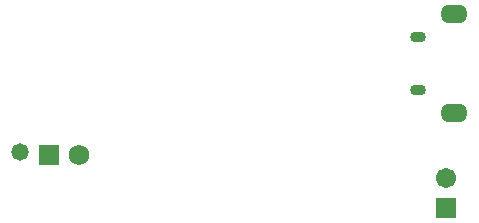
<source format=gbs>
G04*
G04 #@! TF.GenerationSoftware,Altium Limited,Altium Designer,20.0.2 (26)*
G04*
G04 Layer_Color=16711935*
%FSLAX25Y25*%
%MOIN*%
G70*
G01*
G75*
%ADD30O,0.05321X0.03634*%
%ADD31R,0.06706X0.06706*%
%ADD32C,0.06706*%
%ADD33C,0.06902*%
%ADD34R,0.06902X0.06902*%
%ADD35C,0.05800*%
%ADD43O,0.09068X0.06312*%
D30*
X345472Y284232D02*
D03*
Y266713D02*
D03*
D31*
X355000Y227500D02*
D03*
D32*
Y237500D02*
D03*
D33*
X232500Y245000D02*
D03*
D34*
X222500D02*
D03*
D35*
X212900Y246200D02*
D03*
D43*
X357500Y259035D02*
D03*
Y291909D02*
D03*
M02*

</source>
